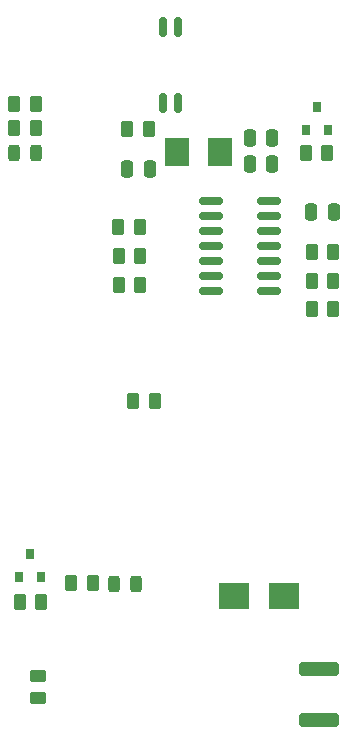
<source format=gbr>
%TF.GenerationSoftware,KiCad,Pcbnew,7.0.5-7.0.5~ubuntu20.04.1*%
%TF.CreationDate,2023-06-23T07:32:12+02:00*%
%TF.ProjectId,ModuleV440,4d6f6475-6c65-4563-9434-302e6b696361,rev?*%
%TF.SameCoordinates,Original*%
%TF.FileFunction,Paste,Top*%
%TF.FilePolarity,Positive*%
%FSLAX46Y46*%
G04 Gerber Fmt 4.6, Leading zero omitted, Abs format (unit mm)*
G04 Created by KiCad (PCBNEW 7.0.5-7.0.5~ubuntu20.04.1) date 2023-06-23 07:32:12*
%MOMM*%
%LPD*%
G01*
G04 APERTURE LIST*
G04 Aperture macros list*
%AMRoundRect*
0 Rectangle with rounded corners*
0 $1 Rounding radius*
0 $2 $3 $4 $5 $6 $7 $8 $9 X,Y pos of 4 corners*
0 Add a 4 corners polygon primitive as box body*
4,1,4,$2,$3,$4,$5,$6,$7,$8,$9,$2,$3,0*
0 Add four circle primitives for the rounded corners*
1,1,$1+$1,$2,$3*
1,1,$1+$1,$4,$5*
1,1,$1+$1,$6,$7*
1,1,$1+$1,$8,$9*
0 Add four rect primitives between the rounded corners*
20,1,$1+$1,$2,$3,$4,$5,0*
20,1,$1+$1,$4,$5,$6,$7,0*
20,1,$1+$1,$6,$7,$8,$9,0*
20,1,$1+$1,$8,$9,$2,$3,0*%
G04 Aperture macros list end*
%ADD10RoundRect,0.150000X0.150000X-0.662500X0.150000X0.662500X-0.150000X0.662500X-0.150000X-0.662500X0*%
%ADD11RoundRect,0.250000X0.262500X0.450000X-0.262500X0.450000X-0.262500X-0.450000X0.262500X-0.450000X0*%
%ADD12R,0.800000X0.900000*%
%ADD13RoundRect,0.243750X-0.243750X-0.456250X0.243750X-0.456250X0.243750X0.456250X-0.243750X0.456250X0*%
%ADD14RoundRect,0.150000X-0.825000X-0.150000X0.825000X-0.150000X0.825000X0.150000X-0.825000X0.150000X0*%
%ADD15RoundRect,0.250000X-0.262500X-0.450000X0.262500X-0.450000X0.262500X0.450000X-0.262500X0.450000X0*%
%ADD16RoundRect,0.250000X-0.250000X-0.475000X0.250000X-0.475000X0.250000X0.475000X-0.250000X0.475000X0*%
%ADD17RoundRect,0.250000X0.250000X0.475000X-0.250000X0.475000X-0.250000X-0.475000X0.250000X-0.475000X0*%
%ADD18RoundRect,0.250000X-1.450000X0.312500X-1.450000X-0.312500X1.450000X-0.312500X1.450000X0.312500X0*%
%ADD19RoundRect,0.250000X0.450000X-0.262500X0.450000X0.262500X-0.450000X0.262500X-0.450000X-0.262500X0*%
%ADD20R,2.500000X2.300000*%
%ADD21R,2.000000X2.400000*%
G04 APERTURE END LIST*
D10*
%TO.C,U1*%
X14390000Y53762500D03*
X15660000Y53762500D03*
X15660000Y60137500D03*
X14390000Y60137500D03*
%TD*%
D11*
%TO.C,R16*%
X3662500Y53650000D03*
X1837500Y53650000D03*
%TD*%
%TO.C,R19*%
X13712500Y28500000D03*
X11887500Y28500000D03*
%TD*%
D12*
%TO.C,Q1*%
X2225000Y13550000D03*
X4125000Y13550000D03*
X3175000Y15550000D03*
%TD*%
D13*
%TO.C,D4*%
X1837500Y49450000D03*
X3712500Y49450000D03*
%TD*%
%TO.C,D3*%
X10262500Y13035000D03*
X12137500Y13035000D03*
%TD*%
D14*
%TO.C,ATTINY841*%
X18475000Y45410000D03*
X18475000Y44140000D03*
X18475000Y42870000D03*
X18475000Y41600000D03*
X18475000Y40330000D03*
X18475000Y39060000D03*
X18475000Y37790000D03*
X23425000Y37790000D03*
X23425000Y39060000D03*
X23425000Y40330000D03*
X23425000Y41600000D03*
X23425000Y42870000D03*
X23425000Y44140000D03*
X23425000Y45410000D03*
%TD*%
D15*
%TO.C,R21*%
X27012500Y36275000D03*
X28837500Y36275000D03*
%TD*%
%TO.C,R17*%
X6637500Y13080000D03*
X8462500Y13080000D03*
%TD*%
D11*
%TO.C,R18*%
X3662500Y51625000D03*
X1837500Y51625000D03*
%TD*%
D15*
%TO.C,R5*%
X11412500Y51500000D03*
X13237500Y51500000D03*
%TD*%
%TO.C,R20*%
X27012500Y38675000D03*
X28837500Y38675000D03*
%TD*%
D12*
%TO.C,D1*%
X26510000Y51410000D03*
X28410000Y51410000D03*
X27460000Y53410000D03*
%TD*%
D16*
%TO.C,C4*%
X21775000Y50775000D03*
X23675000Y50775000D03*
%TD*%
D17*
%TO.C,C5*%
X13295000Y48110000D03*
X11395000Y48110000D03*
%TD*%
D16*
%TO.C,C1*%
X21760000Y48540000D03*
X23660000Y48540000D03*
%TD*%
D15*
%TO.C,R14*%
X27012500Y41075000D03*
X28837500Y41075000D03*
%TD*%
%TO.C,R4*%
X10662500Y38325000D03*
X12487500Y38325000D03*
%TD*%
%TO.C,R2*%
X26507500Y49460000D03*
X28332500Y49460000D03*
%TD*%
%TO.C,R3*%
X10662500Y40725000D03*
X12487500Y40725000D03*
%TD*%
%TO.C,R1*%
X10637500Y43210000D03*
X12462500Y43210000D03*
%TD*%
D18*
%TO.C,F1*%
X27650000Y5787500D03*
X27650000Y1512500D03*
%TD*%
D15*
%TO.C,R15*%
X2287500Y11450000D03*
X4112500Y11450000D03*
%TD*%
D16*
%TO.C,C2*%
X26995000Y44500000D03*
X28895000Y44500000D03*
%TD*%
D19*
%TO.C,R23*%
X3870000Y3367500D03*
X3870000Y5192500D03*
%TD*%
D20*
%TO.C,D2*%
X24700000Y11950000D03*
X20400000Y11950000D03*
%TD*%
D21*
%TO.C,Y1*%
X15570000Y49595000D03*
X19270000Y49595000D03*
%TD*%
M02*

</source>
